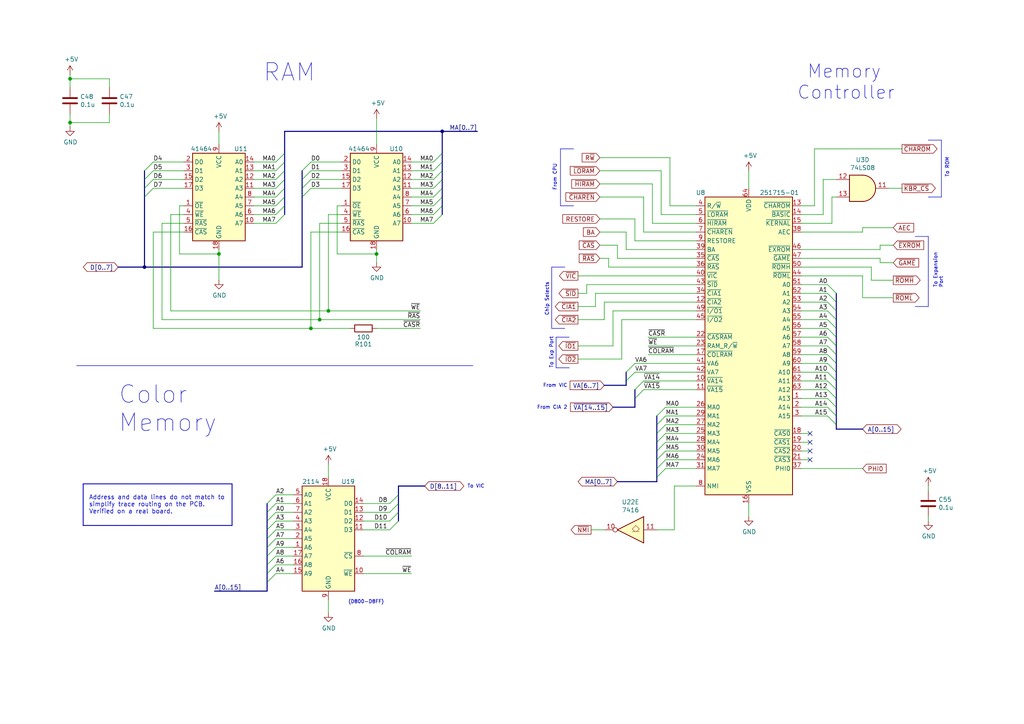
<source format=kicad_sch>
(kicad_sch (version 20230121) (generator eeschema)
  (paper "A4")
  (title_block (title "Commodore C64C - Assy 250469-01 Rev. A") (date "2023-04-02") (rev "2") (company "https://github.com/KicadRetroArchive") (comment 1 "KiCad schematic licensed under CERN-OHL-S") (comment 2 "WARNING: These schematics might contain errors!") (comment 3 "Author: Andrea Cisternino <andrea.cisternino@posteo.net>"))
  (lib_symbols
    (symbol "74xx:74LS08" (pin_names (offset 1.016))
      (property "Reference" "U" (at 0 1.27 0))
      (property "Value" "74LS08" (at 0 -1.27 0))
      (symbol "74LS08_1_1"
        (arc (start 0 -3.81) (mid 3.7934 0) (end 0 3.81) (stroke (width 0.254)) (fill (type background)))
        (polyline (pts (xy 0 3.81) (xy -3.81 3.81) (xy -3.81 -3.81) (xy 0 -3.81)) (stroke (width 0.254)) (fill (type background)))
        (pin input line (at -7.62 2.54 0) (length 3.81) (name "~") (number "1"))
        (pin input line (at -7.62 -2.54 0) (length 3.81) (name "~") (number "2"))
        (pin output line (at 7.62 0 180) (length 3.81) (name "~") (number "3"))
      )
      (symbol "74LS08_1_2"
        (arc (start -3.81 -3.81) (mid -2.589 0) (end -3.81 3.81) (stroke (width 0.254)))
        (arc (start -0.6096 -3.81) (mid 2.1842 -2.5851) (end 3.81 0) (stroke (width 0.254)) (fill (type background)))
        (polyline (pts (xy -3.81 -3.81) (xy -0.635 -3.81)) (stroke (width 0.254)) (fill (type background)))
        (polyline (pts (xy -3.81 3.81) (xy -0.635 3.81)) (stroke (width 0.254)) (fill (type background)))
        (polyline (pts (xy -0.635 3.81) (xy -3.81 3.81) (xy -3.81 3.81) (xy -3.556 3.4036) (xy -3.0226 2.2606) (xy -2.6924 1.0414) (xy -2.6162 -0.254) (xy -2.7686 -1.4986) (xy -3.175 -2.7178) (xy -3.81 -3.81) (xy -3.81 -3.81) (xy -0.635 -3.81)) (stroke (width -25.4)) (fill (type background)))
        (arc (start 3.81 0) (mid 2.1915 2.5936) (end -0.6096 3.81) (stroke (width 0.254)) (fill (type background)))
        (pin input inverted (at -7.62 2.54 0) (length 4.318) (name "~") (number "1"))
        (pin input inverted (at -7.62 -2.54 0) (length 4.318) (name "~") (number "2"))
        (pin output inverted (at 7.62 0 180) (length 3.81) (name "~") (number "3"))
      )
      (symbol "74LS08_2_1"
        (arc (start 0 -3.81) (mid 3.7934 0) (end 0 3.81) (stroke (width 0.254)) (fill (type background)))
        (polyline (pts (xy 0 3.81) (xy -3.81 3.81) (xy -3.81 -3.81) (xy 0 -3.81)) (stroke (width 0.254)) (fill (type background)))
        (pin input line (at -7.62 2.54 0) (length 3.81) (name "~") (number "4"))
        (pin input line (at -7.62 -2.54 0) (length 3.81) (name "~") (number "5"))
        (pin output line (at 7.62 0 180) (length 3.81) (name "~") (number "6"))
      )
      (symbol "74LS08_2_2"
        (arc (start -3.81 -3.81) (mid -2.589 0) (end -3.81 3.81) (stroke (width 0.254)))
        (arc (start -0.6096 -3.81) (mid 2.1842 -2.5851) (end 3.81 0) (stroke (width 0.254)) (fill (type background)))
        (polyline (pts (xy -3.81 -3.81) (xy -0.635 -3.81)) (stroke (width 0.254)) (fill (type background)))
        (polyline (pts (xy -3.81 3.81) (xy -0.635 3.81)) (stroke (width 0.254)) (fill (type background)))
        (polyline (pts (xy -0.635 3.81) (xy -3.81 3.81) (xy -3.81 3.81) (xy -3.556 3.4036) (xy -3.0226 2.2606) (xy -2.6924 1.0414) (xy -2.6162 -0.254) (xy -2.7686 -1.4986) (xy -3.175 -2.7178) (xy -3.81 -3.81) (xy -3.81 -3.81) (xy -0.635 -3.81)) (stroke (width -25.4)) (fill (type background)))
        (arc (start 3.81 0) (mid 2.1915 2.5936) (end -0.6096 3.81) (stroke (width 0.254)) (fill (type background)))
        (pin input inverted (at -7.62 2.54 0) (length 4.318) (name "~") (number "4"))
        (pin input inverted (at -7.62 -2.54 0) (length 4.318) (name "~") (number "5"))
        (pin output inverted (at 7.62 0 180) (length 3.81) (name "~") (number "6"))
      )
      (symbol "74LS08_3_1"
        (arc (start 0 -3.81) (mid 3.7934 0) (end 0 3.81) (stroke (width 0.254)) (fill (type background)))
        (polyline (pts (xy 0 3.81) (xy -3.81 3.81) (xy -3.81 -3.81) (xy 0 -3.81)) (stroke (width 0.254)) (fill (type background)))
        (pin input line (at -7.62 -2.54 0) (length 3.81) (name "~") (number "10"))
        (pin output line (at 7.62 0 180) (length 3.81) (name "~") (number "8"))
        (pin input line (at -7.62 2.54 0) (length 3.81) (name "~") (number "9"))
      )
      (symbol "74LS08_3_2"
        (arc (start -3.81 -3.81) (mid -2.589 0) (end -3.81 3.81) (stroke (width 0.254)))
        (arc (start -0.6096 -3.81) (mid 2.1842 -2.5851) (end 3.81 0) (stroke (width 0.254)) (fill (type background)))
        (polyline (pts (xy -3.81 -3.81) (xy -0.635 -3.81)) (stroke (width 0.254)) (fill (type background)))
        (polyline (pts (xy -3.81 3.81) (xy -0.635 3.81)) (stroke (width 0.254)) (fill (type background)))
        (polyline (pts (xy -0.635 3.81) (xy -3.81 3.81) (xy -3.81 3.81) (xy -3.556 3.4036) (xy -3.0226 2.2606) (xy -2.6924 1.0414) (xy -2.6162 -0.254) (xy -2.7686 -1.4986) (xy -3.175 -2.7178) (xy -3.81 -3.81) (xy -3.81 -3.81) (xy -0.635 -3.81)) (stroke (width -25.4)) (fill (type background)))
        (arc (start 3.81 0) (mid 2.1915 2.5936) (end -0.6096 3.81) (stroke (width 0.254)) (fill (type background)))
        (pin input inverted (at -7.62 -2.54 0) (length 4.318) (name "~") (number "10"))
        (pin output inverted (at 7.62 0 180) (length 3.81) (name "~") (number "8"))
        (pin input inverted (at -7.62 2.54 0) (length 4.318) (name "~") (number "9"))
      )
      (symbol "74LS08_4_1"
        (arc (start 0 -3.81) (mid 3.7934 0) (end 0 3.81) (stroke (width 0.254)) (fill (type background)))
        (polyline (pts (xy 0 3.81) (xy -3.81 3.81) (xy -3.81 -3.81) (xy 0 -3.81)) (stroke (width 0.254)) (fill (type background)))
        (pin output line (at 7.62 0 180) (length 3.81) (name "~") (number "11"))
        (pin input line (at -7.62 2.54 0) (length 3.81) (name "~") (number "12"))
        (pin input line (at -7.62 -2.54 0) (length 3.81) (name "~") (number "13"))
      )
      (symbol "74LS08_4_2"
        (arc (start -3.81 -3.81) (mid -2.589 0) (end -3.81 3.81) (stroke (width 0.254)))
        (arc (start -0.6096 -3.81) (mid 2.1842 -2.5851) (end 3.81 0) (stroke (width 0.254)) (fill (type background)))
        (polyline (pts (xy -3.81 -3.81) (xy -0.635 -3.81)) (stroke (width 0.254)) (fill (type background)))
        (polyline (pts (xy -3.81 3.81) (xy -0.635 3.81)) (stroke (width 0.254)) (fill (type background)))
        (polyline (pts (xy -0.635 3.81) (xy -3.81 3.81) (xy -3.81 3.81) (xy -3.556 3.4036) (xy -3.0226 2.2606) (xy -2.6924 1.0414) (xy -2.6162 -0.254) (xy -2.7686 -1.4986) (xy -3.175 -2.7178) (xy -3.81 -3.81) (xy -3.81 -3.81) (xy -0.635 -3.81)) (stroke (width -25.4)) (fill (type background)))
        (arc (start 3.81 0) (mid 2.1915 2.5936) (end -0.6096 3.81) (stroke (width 0.254)) (fill (type background)))
        (pin output inverted (at 7.62 0 180) (length 3.81) (name "~") (number "11"))
        (pin input inverted (at -7.62 2.54 0) (length 4.318) (name "~") (number "12"))
        (pin input inverted (at -7.62 -2.54 0) (length 4.318) (name "~") (number "13"))
      )
      (symbol "74LS08_5_0"
        (pin power_in line (at 0 12.7 270) (length 5.08) (name "VCC") (number "14"))
        (pin power_in line (at 0 -12.7 90) (length 5.08) (name "GND") (number "7"))
      )
      (symbol "74LS08_5_1"
        (rectangle (start -5.08 7.62) (end 5.08 -7.62) (stroke (width 0.254)) (fill (type background)))
      )
    )
    (symbol "Device:C" (pin_numbers hide) (pin_names (offset 0.254))
      (property "Reference" "C" (at 0.635 2.54 0))
      (property "Value" "C" (at 0.635 -2.54 0))
      (symbol "C_0_1"
        (polyline (pts (xy -2.032 -0.762) (xy 2.032 -0.762)) (stroke (width 0.508)))
        (polyline (pts (xy -2.032 0.762) (xy 2.032 0.762)) (stroke (width 0.508)))
      )
      (symbol "C_1_1"
        (pin passive line (at 0 3.81 270) (length 2.794) (name "~") (number "1"))
        (pin passive line (at 0 -3.81 90) (length 2.794) (name "~") (number "2"))
      )
    )
    (symbol "Device:R" (pin_numbers hide) (pin_names (offset 0))
      (property "Reference" "R" (at 2.032 0 90))
      (property "Value" "R" (at 0 0 90))
      (symbol "R_0_1"
        (rectangle (start -1.016 -2.54) (end 1.016 2.54) (stroke (width 0.254)))
      )
      (symbol "R_1_1"
        (pin passive line (at 0 3.81 270) (length 1.27) (name "~") (number "1"))
        (pin passive line (at 0 -3.81 90) (length 1.27) (name "~") (number "2"))
      )
    )
    (symbol "krl_74xx:7416"
      (property "Reference" "U" (at 0 1.524 0))
      (property "Value" "7416" (at 0 -0.762 0))
      (symbol "7416_1_0"
        (polyline (pts (xy -3.81 3.81) (xy -3.81 -3.81) (xy 3.81 0) (xy -3.81 3.81)) (stroke (width 0.254)) (fill (type background)))
        (pin input line (at -7.62 0 0) (length 3.81) (name "~") (number "1"))
        (pin open_collector inverted (at 7.62 0 180) (length 3.81) (name "~") (number "2"))
      )
      (symbol "7416_1_1"
        (polyline (pts (xy -2.54 -0.508) (xy -0.508 -0.508)) (stroke (width 0.1016)))
        (polyline (pts (xy -2.54 0.254) (xy -1.524 1.27)) (stroke (width 0.1016)))
        (polyline (pts (xy -1.778 -0.508) (xy -2.54 0.254)) (stroke (width 0.1016)))
        (polyline (pts (xy -1.524 1.27) (xy -0.508 0.254)) (stroke (width 0.1016)))
        (polyline (pts (xy -1.27 -0.508) (xy -0.508 0.254)) (stroke (width 0.1016)))
      )
      (symbol "7416_2_0"
        (polyline (pts (xy -3.81 3.81) (xy -3.81 -3.81) (xy 3.81 0) (xy -3.81 3.81)) (stroke (width 0.254)) (fill (type background)))
        (pin input line (at -7.62 0 0) (length 3.81) (name "~") (number "3"))
        (pin open_collector inverted (at 7.62 0 180) (length 3.81) (name "~") (number "4"))
      )
      (symbol "7416_2_1"
        (polyline (pts (xy -2.54 -0.508) (xy -0.508 -0.508)) (stroke (width 0.1016)))
        (polyline (pts (xy -2.54 0.254) (xy -1.524 1.27)) (stroke (width 0.1016)))
        (polyline (pts (xy -1.778 -0.508) (xy -2.54 0.254)) (stroke (width 0.1016)))
        (polyline (pts (xy -1.524 1.27) (xy -0.508 0.254)) (stroke (width 0.1016)))
        (polyline (pts (xy -1.27 -0.508) (xy -0.508 0.254)) (stroke (width 0.1016)))
      )
      (symbol "7416_3_0"
        (polyline (pts (xy -3.81 3.81) (xy -3.81 -3.81) (xy 3.81 0) (xy -3.81 3.81)) (stroke (width 0.254)) (fill (type background)))
        (pin input line (at -7.62 0 0) (length 3.81) (name "~") (number "5"))
        (pin open_collector inverted (at 7.62 0 180) (length 3.81) (name "~") (number "6"))
      )
      (symbol "7416_3_1"
        (polyline (pts (xy -2.54 -0.508) (xy -0.508 -0.508)) (stroke (width 0.1016)))
        (polyline (pts (xy -2.54 0.254) (xy -1.524 1.27)) (stroke (width 0.1016)))
        (polyline (pts (xy -1.778 -0.508) (xy -2.54 0.254)) (stroke (width 0.1016)))
        (polyline (pts (xy -1.524 1.27) (xy -0.508 0.254)) (stroke (width 0.1016)))
        (polyline (pts (xy -1.27 -0.508) (xy -0.508 0.254)) (stroke (width 0.1016)))
      )
      (symbol "7416_4_0"
        (polyline (pts (xy -3.81 3.81) (xy -3.81 -3.81) (xy 3.81 0) (xy -3.81 3.81)) (stroke (width 0.254)) (fill (type background)))
        (pin open_collector inverted (at 7.62 0 180) (length 3.81) (name "~") (number "8"))
        (pin input line (at -7.62 0 0) (length 3.81) (name "~") (number "9"))
      )
      (symbol "7416_4_1"
        (polyline (pts (xy -2.54 -0.508) (xy -0.508 -0.508)) (stroke (width 0.1016)))
        (polyline (pts (xy -2.54 0.254) (xy -1.524 1.27)) (stroke (width 0.1016)))
        (polyline (pts (xy -1.778 -0.508) (xy -2.54 0.254)) (stroke (width 0.1016)))
        (polyline (pts (xy -1.524 1.27) (xy -0.508 0.254)) (stroke (width 0.1016)))
        (polyline (pts (xy -1.27 -0.508) (xy -0.508 0.254)) (stroke (width 0.1016)))
      )
      (symbol "7416_5_0"
        (polyline (pts (xy -3.81 3.81) (xy -3.81 -3.81) (xy 3.81 0) (xy -3.81 3.81)) (stroke (width 0.254)) (fill (type background)))
        (pin open_collector inverted (at 7.62 0 180) (length 3.81) (name "~") (number "10"))
        (pin input line (at -7.62 0 0) (length 3.81) (name "~") (number "11"))
      )
      (symbol "7416_5_1"
        (polyline (pts (xy -2.54 -0.508) (xy -0.508 -0.508)) (stroke (width 0.1016)))
        (polyline (pts (xy -2.54 0.254) (xy -1.524 1.27)) (stroke (width 0.1016)))
        (polyline (pts (xy -1.778 -0.508) (xy -2.54 0.254)) (stroke (width 0.1016)))
        (polyline (pts (xy -1.524 1.27) (xy -0.508 0.254)) (stroke (width 0.1016)))
        (polyline (pts (xy -1.27 -0.508) (xy -0.508 0.254)) (stroke (width 0.1016)))
      )
      (symbol "7416_6_0"
        (polyline (pts (xy -3.81 3.81) (xy -3.81 -3.81) (xy 3.81 0) (xy -3.81 3.81)) (stroke (width 0.254)) (fill (type background)))
        (pin open_collector inverted (at 7.62 0 180) (length 3.81) (name "~") (number "12"))
        (pin input line (at -7.62 0 0) (length 3.81) (name "~") (number "13"))
      )
      (symbol "7416_6_1"
        (polyline (pts (xy -2.54 -0.508) (xy -0.508 -0.508)) (stroke (width 0.1016)))
        (polyline (pts (xy -2.54 0.254) (xy -1.524 1.27)) (stroke (width 0.1016)))
        (polyline (pts (xy -1.778 -0.508) (xy -2.54 0.254)) (stroke (width 0.1016)))
        (polyline (pts (xy -1.524 1.27) (xy -0.508 0.254)) (stroke (width 0.1016)))
        (polyline (pts (xy -1.27 -0.508) (xy -0.508 0.254)) (stroke (width 0.1016)))
      )
      (symbol "7416_7_0"
        (pin power_in line (at 0 12.7 270) (length 5.08) (name "VCC") (number "14"))
        (pin power_in line (at 0 -12.7 90) (length 5.08) (name "GND") (number "7"))
      )
      (symbol "7416_7_1"
        (rectangle (start -5.08 7.62) (end 5.08 -7.62) (stroke (width 0.254)) (fill (type background)))
      )
    )
    (symbol "krl_Commodore:251715-01"
      (property "Reference" "U" (at -12.7 44.45 0))
      (property "Value" "251715-01" (at 8.89 44.45 0))
      (symbol "251715-01_0_1"
        (rectangle (start -12.7 43.18) (end 12.7 -43.18) (stroke (width 0.254)) (fill (type background)))
      )
      (symbol "251715-01_1_1"
        (pin bidirectional line (at 15.24 -15.24 180) (length 2.54) (name "A13") (number "1"))
        (pin input line (at -15.24 -10.16 0) (length 2.54) (name "~{VA14}") (number "10"))
        (pin input line (at -15.24 -12.7 0) (length 2.54) (name "~{VA15}") (number "11"))
        (pin output line (at -15.24 12.7 0) (length 2.54) (name "~{CIA2}") (number "12"))
        (pin output line (at 15.24 40.64 180) (length 2.54) (name "~{CHAROM}") (number "13"))
        (pin output line (at 15.24 38.1 180) (length 2.54) (name "~{BASIC}") (number "14"))
        (pin output line (at 15.24 35.56 180) (length 2.54) (name "~{KERNAL}") (number "15"))
        (pin power_in line (at 0 -45.72 90) (length 2.54) (name "VSS") (number "16"))
        (pin output line (at -15.24 -2.54 0) (length 2.54) (name "~{COLRAM}") (number "17"))
        (pin output line (at 15.24 -25.4 180) (length 2.54) (name "~{CAS0}") (number "18"))
        (pin output line (at 15.24 -27.94 180) (length 2.54) (name "~{CAS1}") (number "19"))
        (pin bidirectional line (at 15.24 -17.78 180) (length 2.54) (name "A14") (number "2"))
        (pin output line (at 15.24 -30.48 180) (length 2.54) (name "~{CAS2}") (number "20"))
        (pin output line (at 15.24 -33.02 180) (length 2.54) (name "~{CAS3}") (number "21"))
        (pin output line (at -15.24 2.54 0) (length 2.54) (name "~{CASRAM}") (number "22"))
        (pin output line (at -15.24 0 0) (length 2.54) (name "RAM_R/~{W}") (number "23"))
        (pin bidirectional line (at -15.24 -33.02 0) (length 2.54) (name "MA6") (number "24"))
        (pin bidirectional line (at -15.24 -25.4 0) (length 2.54) (name "MA3") (number "25"))
        (pin bidirectional line (at -15.24 -17.78 0) (length 2.54) (name "MA0") (number "26"))
        (pin bidirectional line (at -15.24 -22.86 0) (length 2.54) (name "MA2") (number "27"))
        (pin bidirectional line (at -15.24 -27.94 0) (length 2.54) (name "MA4") (number "28"))
        (pin bidirectional line (at -15.24 -20.32 0) (length 2.54) (name "MA1") (number "29"))
        (pin bidirectional line (at 15.24 -20.32 180) (length 2.54) (name "A15") (number "3"))
        (pin bidirectional line (at -15.24 -30.48 0) (length 2.54) (name "MA5") (number "30"))
        (pin bidirectional line (at -15.24 -35.56 0) (length 2.54) (name "MA7") (number "31"))
        (pin no_connect line (at 15.24 -40.64 180) (length 2.54) hide (name "NC") (number "32"))
        (pin passive line (at 0 -45.72 90) (length 2.54) hide (name "VSS") (number "33"))
        (pin output line (at -15.24 15.24 0) (length 2.54) (name "~{CIA1}") (number "34"))
        (pin input line (at -15.24 25.4 0) (length 2.54) (name "~{CAS}") (number "35"))
        (pin input line (at -15.24 22.86 0) (length 2.54) (name "~{RAS}") (number "36"))
        (pin input line (at 15.24 -35.56 180) (length 2.54) (name "PHI0") (number "37"))
        (pin input line (at 15.24 33.02 180) (length 2.54) (name "AEC") (number "38"))
        (pin input line (at -15.24 27.94 0) (length 2.54) (name "BA") (number "39"))
        (pin input line (at -15.24 40.64 0) (length 2.54) (name "R/~{W}") (number "4"))
        (pin output line (at -15.24 20.32 0) (length 2.54) (name "~{VIC}") (number "40"))
        (pin input line (at -15.24 -5.08 0) (length 2.54) (name "VA6") (number "41"))
        (pin input line (at -15.24 -7.62 0) (length 2.54) (name "VA7") (number "42"))
        (pin output line (at -15.24 17.78 0) (length 2.54) (name "~{SID}") (number "43"))
        (pin output line (at 15.24 20.32 180) (length 2.54) (name "~{ROML}") (number "44"))
        (pin output line (at -15.24 7.62 0) (length 2.54) (name "~{I/O2}") (number "45"))
        (pin input line (at 15.24 27.94 180) (length 2.54) (name "~{EXROM}") (number "46"))
        (pin input line (at 15.24 25.4 180) (length 2.54) (name "~{GAME}") (number "47"))
        (pin passive line (at 0 -45.72 90) (length 2.54) hide (name "VSS") (number "48"))
        (pin output line (at -15.24 10.16 0) (length 2.54) (name "~{I/O1}") (number "49"))
        (pin input line (at -15.24 38.1 0) (length 2.54) (name "~{LORAM}") (number "5"))
        (pin output line (at 15.24 22.86 180) (length 2.54) (name "~{ROMH}") (number "50"))
        (pin bidirectional line (at 15.24 17.78 180) (length 2.54) (name "A0") (number "51"))
        (pin bidirectional line (at 15.24 15.24 180) (length 2.54) (name "A1") (number "52"))
        (pin bidirectional line (at 15.24 12.7 180) (length 2.54) (name "A2") (number "53"))
        (pin bidirectional line (at 15.24 10.16 180) (length 2.54) (name "A3") (number "54"))
        (pin bidirectional line (at 15.24 7.62 180) (length 2.54) (name "A4") (number "55"))
        (pin bidirectional line (at 15.24 5.08 180) (length 2.54) (name "A5") (number "56"))
        (pin bidirectional line (at 15.24 2.54 180) (length 2.54) (name "A6") (number "57"))
        (pin bidirectional line (at 15.24 0 180) (length 2.54) (name "A7") (number "58"))
        (pin bidirectional line (at 15.24 -2.54 180) (length 2.54) (name "A8") (number "59"))
        (pin input line (at -15.24 35.56 0) (length 2.54) (name "~{HIRAM}") (number "6"))
        (pin bidirectional line (at 15.24 -5.08 180) (length 2.54) (name "A9") (number "60"))
        (pin bidirectional line (at 15.24 -7.62 180) (length 2.54) (name "A10") (number "61"))
        (pin bidirectional line (at 15.24 -10.16 180) (length 2.54) (name "A11") (number "62"))
        (pin bidirectional line (at 15.24 -12.7 180) (length 2.54) (name "A12") (number "63"))
        (pin power_in line (at 0 45.72 270) (length 2.54) (name "VDD") (number "64"))
        (pin input line (at -15.24 33.02 0) (length 2.54) (name "~{CHAREN}") (number "7"))
        (pin output line (at -15.24 -40.64 0) (length 2.54) (name "NMI") (number "8"))
        (pin input line (at -15.24 30.48 0) (length 2.54) (name "RESTORE") (number "9"))
      )
    )
    (symbol "krl_Memory_RAM:2114"
      (property "Reference" "U" (at -6.985 16.51 0))
      (property "Value" "2114" (at 5.715 16.51 0))
      (symbol "2114_0_1"
        (rectangle (start -7.62 15.24) (end 7.62 -15.24) (stroke (width 0.254)) (fill (type background)))
      )
      (symbol "2114_1_1"
        (pin input line (at -10.16 -2.54 0) (length 2.54) (name "A6") (number "1"))
        (pin input line (at 10.16 -10.16 180) (length 2.54) (name "~{WE}") (number "10"))
        (pin bidirectional line (at 10.16 2.54 180) (length 2.54) (name "D3") (number "11"))
        (pin bidirectional line (at 10.16 5.08 180) (length 2.54) (name "D2") (number "12"))
        (pin bidirectional line (at 10.16 7.62 180) (length 2.54) (name "D1") (number "13"))
        (pin bidirectional line (at 10.16 10.16 180) (length 2.54) (name "D0") (number "14"))
        (pin input line (at -10.16 -10.16 0) (length 2.54) (name "A9") (number "15"))
        (pin input line (at -10.16 -7.62 0) (length 2.54) (name "A8") (number "16"))
        (pin input line (at -10.16 -5.08 0) (length 2.54) (name "A7") (number "17"))
        (pin power_in line (at 0 17.78 270) (length 2.54) (name "VCC") (number "18"))
        (pin input line (at -10.16 0 0) (length 2.54) (name "A5") (number "2"))
        (pin input line (at -10.16 2.54 0) (length 2.54) (name "A4") (number "3"))
        (pin input line (at -10.16 5.08 0) (length 2.54) (name "A3") (number "4"))
        (pin input line (at -10.16 12.7 0) (length 2.54) (name "A0") (number "5"))
        (pin input line (at -10.16 10.16 0) (length 2.54) (name "A1") (number "6"))
        (pin input line (at -10.16 7.62 0) (length 2.54) (name "A2") (number "7"))
        (pin input line (at 10.16 -5.08 180) (length 2.54) (name "~{CS}") (number "8"))
        (pin power_in line (at 0 -17.78 90) (length 2.54) (name "GND") (number "9"))
      )
    )
    (symbol "krl_Memory_RAM:41464"
      (property "Reference" "U" (at -6.985 13.97 0))
      (property "Value" "41464" (at 5.715 13.97 0))
      (symbol "41464_0_1"
        (rectangle (start 7.62 12.7) (end -7.62 -12.7) (stroke (width 0.254)) (fill (type background)))
      )
      (symbol "41464_1_1"
        (pin input line (at 10.16 -2.54 180) (length 2.54) (name "~{OE}") (number "1"))
        (pin input line (at -10.16 -7.62 0) (length 2.54) (name "A7") (number "10"))
        (pin input line (at -10.16 2.54 0) (length 2.54) (name "A3") (number "11"))
        (pin input line (at -10.16 5.08 0) (length 2.54) (name "A2") (number "12"))
        (pin input line (at -10.16 7.62 0) (length 2.54) (name "A1") (number "13"))
        (pin input line (at -10.16 10.16 0) (length 2.54) (name "A0") (number "14"))
        (pin bidirectional line (at 10.16 5.08 180) (length 2.54) (name "D2") (number "15"))
        (pin input line (at 10.16 -10.16 180) (length 2.54) (name "~{CAS}") (number "16"))
        (pin bidirectional line (at 10.16 2.54 180) (length 2.54) (name "D3") (number "17"))
        (pin power_in line (at 0 -15.24 90) (length 2.54) (name "GND") (number "18"))
        (pin bidirectional line (at 10.16 10.16 180) (length 2.54) (name "D0") (number "2"))
        (pin bidirectional line (at 10.16 7.62 180) (length 2.54) (name "D1") (number "3"))
        (pin input line (at 10.16 -5.08 180) (length 2.54) (name "~{WE}") (number "4"))
        (pin input line (at 10.16 -7.62 180) (length 2.54) (name "~{RAS}") (number "5"))
        (pin input line (at -10.16 -5.08 0) (length 2.54) (name "A6") (number "6"))
        (pin input line (at -10.16 -2.54 0) (length 2.54) (name "A5") (number "7"))
        (pin input line (at -10.16 0 0) (length 2.54) (name "A4") (number "8"))
        (pin power_in line (at 0 15.24 270) (length 2.54) (name "VCC") (number "9"))
      )
    )
    (symbol "power:+5V" (power) (pin_names (offset 0))
      (property "Value" "+5V" (at 0 3.556 0))
      (symbol "+5V_0_1"
        (polyline (pts (xy -0.762 1.27) (xy 0 2.54)))
        (polyline (pts (xy 0 0) (xy 0 2.54)))
        (polyline (pts (xy 0 2.54) (xy 0.762 1.27)))
      )
      (symbol "+5V_1_1"
        (pin power_in line (at 0 0 90) (length 0) hide (name "+5V") (number "1"))
      )
    )
    (symbol "power:GND" (power) (pin_names (offset 0))
      (property "Value" "GND" (at 0 -3.81 0))
      (symbol "GND_0_1"
        (polyline (pts (xy 0 0) (xy 0 -1.27) (xy 1.27 -1.27) (xy 0 -2.54) (xy -1.27 -1.27) (xy 0 -1.27)))
      )
      (symbol "GND_1_1"
        (pin power_in line (at 0 0 270) (length 0) hide (name "GND") (number "1"))
      )
    )
  )
  (junction (at 92.71 92.71))
  (junction (at 128.27 38.1))
  (junction (at 90.17 95.25))
  (junction (at 63.5 73.66))
  (junction (at 20.32 35.56))
  (junction (at 109.22 73.66))
  (junction (at 41.91 77.47))
  (junction (at 20.32 22.86))
  (junction (at 95.25 90.17))
  (no_connect (at 234.95 125.73))
  (no_connect (at 234.95 128.27))
  (no_connect (at 234.95 130.81))
  (no_connect (at 234.95 133.35))
  (bus_entry (at 240.03 115.57) (size 2.54 2.54))
  (bus_entry (at 80.01 54.61) (size 2.54 -2.54))
  (bus_entry (at 193.04 125.73) (size -2.54 2.54))
  (bus_entry (at 240.03 95.25) (size 2.54 2.54))
  (bus_entry (at 44.45 52.07) (size -2.54 2.54))
  (bus_entry (at 80.01 52.07) (size 2.54 -2.54))
  (bus_entry (at 90.17 54.61) (size -2.54 2.54))
  (bus_entry (at 125.73 49.53) (size 2.54 -2.54))
  (bus_entry (at 125.73 64.77) (size 2.54 -2.54))
  (bus_entry (at 80.01 62.23) (size 2.54 -2.54))
  (bus_entry (at 240.03 97.79) (size 2.54 2.54))
  (bus_entry (at 240.03 113.03) (size 2.54 2.54))
  (bus_entry (at 80.01 57.15) (size 2.54 -2.54))
  (bus_entry (at 80.01 64.77) (size 2.54 -2.54))
  (bus_entry (at 44.45 49.53) (size -2.54 2.54))
  (bus_entry (at 240.03 105.41) (size 2.54 2.54))
  (bus_entry (at 184.15 107.95) (size -2.54 2.54))
  (bus_entry (at 44.45 54.61) (size -2.54 2.54))
  (bus_entry (at 193.04 123.19) (size -2.54 2.54))
  (bus_entry (at 113.03 146.05) (size 2.54 -2.54))
  (bus_entry (at 125.73 54.61) (size 2.54 -2.54))
  (bus_entry (at 80.01 59.69) (size 2.54 -2.54))
  (bus_entry (at 193.04 118.11) (size -2.54 2.54))
  (bus_entry (at 80.01 151.13) (size -2.54 2.54))
  (bus_entry (at 240.03 107.95) (size 2.54 2.54))
  (bus_entry (at 113.03 148.59) (size 2.54 -2.54))
  (bus_entry (at 193.04 133.35) (size -2.54 2.54))
  (bus_entry (at 113.03 153.67) (size 2.54 -2.54))
  (bus_entry (at 193.04 128.27) (size -2.54 2.54))
  (bus_entry (at 240.03 92.71) (size 2.54 2.54))
  (bus_entry (at 113.03 151.13) (size 2.54 -2.54))
  (bus_entry (at 186.69 113.03) (size -2.54 2.54))
  (bus_entry (at 90.17 46.99) (size -2.54 2.54))
  (bus_entry (at 80.01 166.37) (size -2.54 2.54))
  (bus_entry (at 80.01 146.05) (size -2.54 2.54))
  (bus_entry (at 80.01 161.29) (size -2.54 2.54))
  (bus_entry (at 125.73 62.23) (size 2.54 -2.54))
  (bus_entry (at 240.03 110.49) (size 2.54 2.54))
  (bus_entry (at 184.15 105.41) (size -2.54 2.54))
  (bus_entry (at 80.01 46.99) (size 2.54 -2.54))
  (bus_entry (at 44.45 46.99) (size -2.54 2.54))
  (bus_entry (at 240.03 82.55) (size 2.54 2.54))
  (bus_entry (at 240.03 85.09) (size 2.54 2.54))
  (bus_entry (at 80.01 148.59) (size -2.54 2.54))
  (bus_entry (at 193.04 135.89) (size -2.54 2.54))
  (bus_entry (at 240.03 118.11) (size 2.54 2.54))
  (bus_entry (at 193.04 120.65) (size -2.54 2.54))
  (bus_entry (at 125.73 46.99) (size 2.54 -2.54))
  (bus_entry (at 193.04 130.81) (size -2.54 2.54))
  (bus_entry (at 80.01 153.67) (size -2.54 2.54))
  (bus_entry (at 80.01 49.53) (size 2.54 -2.54))
  (bus_entry (at 240.03 120.65) (size 2.54 2.54))
  (bus_entry (at 80.01 143.51) (size -2.54 2.54))
  (bus_entry (at 186.69 110.49) (size -2.54 2.54))
  (bus_entry (at 90.17 52.07) (size -2.54 2.54))
  (bus_entry (at 240.03 100.33) (size 2.54 2.54))
  (bus_entry (at 80.01 158.75) (size -2.54 2.54))
  (bus_entry (at 240.03 90.17) (size 2.54 2.54))
  (bus_entry (at 240.03 102.87) (size 2.54 2.54))
  (bus_entry (at 125.73 59.69) (size 2.54 -2.54))
  (bus_entry (at 125.73 52.07) (size 2.54 -2.54))
  (bus_entry (at 90.17 49.53) (size -2.54 2.54))
  (bus_entry (at 125.73 57.15) (size 2.54 -2.54))
  (bus_entry (at 80.01 163.83) (size -2.54 2.54))
  (bus_entry (at 80.01 156.21) (size -2.54 2.54))
  (bus_entry (at 240.03 87.63) (size 2.54 2.54))
  (bus (pts (xy 184.15 115.57) (xy 184.15 118.11)))
  (wire (pts (xy 232.41 85.09) (xy 240.03 85.09)))
  (wire (pts (xy 172.72 88.9) (xy 172.72 85.09)))
  (wire (pts (xy 73.66 49.53) (xy 80.01 49.53)))
  (wire (pts (xy 181.61 72.39) (xy 201.93 72.39)))
  (wire (pts (xy 97.79 59.69) (xy 97.79 73.66)))
  (wire (pts (xy 99.06 52.07) (xy 90.17 52.07)))
  (wire (pts (xy 201.93 102.87) (xy 187.96 102.87)))
  (wire (pts (xy 201.93 120.65) (xy 193.04 120.65)))
  (wire (pts (xy 173.99 71.12) (xy 179.07 71.12)))
  (wire (pts (xy 255.27 72.39) (xy 255.27 71.12)))
  (wire (pts (xy 242.57 57.15) (xy 241.3 57.15)))
  (wire (pts (xy 109.22 95.25) (xy 121.92 95.25)))
  (polyline (pts (xy 161.29 97.79) (xy 161.29 106.68)))
  (wire (pts (xy 176.53 74.93) (xy 173.99 74.93)))
  (bus (pts (xy 82.55 38.1) (xy 82.55 44.45)))
  (bus (pts (xy 41.91 52.07) (xy 41.91 54.61)))
  (bus (pts (xy 115.57 143.51) (xy 115.57 146.05)))
  (wire (pts (xy 52.07 73.66) (xy 63.5 73.66)))
  (wire (pts (xy 232.41 105.41) (xy 240.03 105.41)))
  (wire (pts (xy 191.77 49.53) (xy 191.77 62.23)))
  (wire (pts (xy 63.5 72.39) (xy 63.5 73.66)))
  (bus (pts (xy 128.27 59.69) (xy 128.27 62.23)))
  (wire (pts (xy 173.99 45.72) (xy 194.31 45.72)))
  (wire (pts (xy 201.93 128.27) (xy 193.04 128.27)))
  (wire (pts (xy 232.41 62.23) (xy 238.76 62.23)))
  (polyline (pts (xy 163.83 77.47) (xy 160.02 77.47)))
  (wire (pts (xy 73.66 64.77) (xy 80.01 64.77)))
  (wire (pts (xy 191.77 62.23) (xy 201.93 62.23)))
  (bus (pts (xy 87.63 77.47) (xy 41.91 77.47)))
  (polyline (pts (xy 269.24 68.58) (xy 269.24 88.9)))
  (wire (pts (xy 232.41 110.49) (xy 240.03 110.49)))
  (wire (pts (xy 99.06 59.69) (xy 97.79 59.69)))
  (wire (pts (xy 53.34 46.99) (xy 44.45 46.99)))
  (bus (pts (xy 128.27 44.45) (xy 128.27 46.99)))
  (wire (pts (xy 232.41 95.25) (xy 240.03 95.25)))
  (wire (pts (xy 201.93 105.41) (xy 184.15 105.41)))
  (wire (pts (xy 232.41 125.73) (xy 234.95 125.73)))
  (bus (pts (xy 190.5 123.19) (xy 190.5 125.73)))
  (wire (pts (xy 190.5 153.67) (xy 195.58 153.67)))
  (wire (pts (xy 232.41 130.81) (xy 234.95 130.81)))
  (wire (pts (xy 189.23 53.34) (xy 189.23 64.77)))
  (wire (pts (xy 109.22 73.66) (xy 109.22 76.2)))
  (wire (pts (xy 175.26 87.63) (xy 201.93 87.63)))
  (bus (pts (xy 41.91 57.15) (xy 41.91 77.47)))
  (wire (pts (xy 167.64 88.9) (xy 172.72 88.9)))
  (wire (pts (xy 179.07 71.12) (xy 179.07 74.93)))
  (wire (pts (xy 236.22 59.69) (xy 232.41 59.69)))
  (wire (pts (xy 232.41 135.89) (xy 250.19 135.89)))
  (bus (pts (xy 242.57 120.65) (xy 242.57 123.19)))
  (bus (pts (xy 115.57 146.05) (xy 115.57 148.59)))
  (polyline (pts (xy 161.29 106.68) (xy 165.1 106.68)))
  (wire (pts (xy 105.41 148.59) (xy 113.03 148.59)))
  (bus (pts (xy 87.63 57.15) (xy 87.63 77.47)))
  (wire (pts (xy 201.93 100.33) (xy 187.96 100.33)))
  (wire (pts (xy 201.93 130.81) (xy 193.04 130.81)))
  (wire (pts (xy 80.01 151.13) (xy 85.09 151.13)))
  (bus (pts (xy 242.57 107.95) (xy 242.57 110.49)))
  (wire (pts (xy 99.06 62.23) (xy 95.25 62.23)))
  (wire (pts (xy 119.38 46.99) (xy 125.73 46.99)))
  (wire (pts (xy 186.69 113.03) (xy 201.93 113.03)))
  (wire (pts (xy 201.93 135.89) (xy 193.04 135.89)))
  (polyline (pts (xy 162.56 59.69) (xy 162.56 43.18)))
  (polyline (pts (xy 67.31 140.335) (xy 67.31 152.4)) (stroke (width 0.254) (type solid)))
  (wire (pts (xy 119.38 57.15) (xy 125.73 57.15)))
  (wire (pts (xy 180.34 104.14) (xy 180.34 92.71)))
  (wire (pts (xy 20.32 36.83) (xy 20.32 35.56)))
  (polyline (pts (xy 269.24 88.9) (xy 265.43 88.9)))
  (wire (pts (xy 236.22 43.18) (xy 261.62 43.18)))
  (wire (pts (xy 201.93 125.73) (xy 193.04 125.73)))
  (polyline (pts (xy 22.225 106.045) (xy 137.16 106.045)))
  (wire (pts (xy 73.66 54.61) (xy 80.01 54.61)))
  (bus (pts (xy 41.91 49.53) (xy 41.91 52.07)))
  (wire (pts (xy 63.5 73.66) (xy 63.5 81.28)))
  (bus (pts (xy 190.5 135.89) (xy 190.5 138.43)))
  (wire (pts (xy 53.34 52.07) (xy 44.45 52.07)))
  (wire (pts (xy 109.22 72.39) (xy 109.22 73.66)))
  (bus (pts (xy 128.27 52.07) (xy 128.27 54.61)))
  (bus (pts (xy 242.57 85.09) (xy 242.57 87.63)))
  (wire (pts (xy 52.07 59.69) (xy 52.07 73.66)))
  (wire (pts (xy 80.01 163.83) (xy 85.09 163.83)))
  (bus (pts (xy 242.57 90.17) (xy 242.57 92.71)))
  (wire (pts (xy 238.76 52.07) (xy 242.57 52.07)))
  (wire (pts (xy 31.75 33.02) (xy 31.75 35.56)))
  (bus (pts (xy 190.5 128.27) (xy 190.5 130.81)))
  (wire (pts (xy 173.99 49.53) (xy 191.77 49.53)))
  (wire (pts (xy 236.22 59.69) (xy 236.22 43.18)))
  (wire (pts (xy 105.41 151.13) (xy 113.03 151.13)))
  (wire (pts (xy 255.27 74.93) (xy 255.27 76.2)))
  (wire (pts (xy 73.66 62.23) (xy 80.01 62.23)))
  (wire (pts (xy 176.53 77.47) (xy 176.53 74.93)))
  (wire (pts (xy 201.93 80.01) (xy 167.64 80.01)))
  (wire (pts (xy 20.32 25.4) (xy 20.32 22.86)))
  (wire (pts (xy 80.01 156.21) (xy 85.09 156.21)))
  (wire (pts (xy 31.75 22.86) (xy 20.32 22.86)))
  (bus (pts (xy 77.47 158.75) (xy 77.47 161.29)))
  (wire (pts (xy 80.01 153.67) (xy 85.09 153.67)))
  (bus (pts (xy 128.27 46.99) (xy 128.27 49.53)))
  (wire (pts (xy 119.38 62.23) (xy 125.73 62.23)))
  (wire (pts (xy 232.41 67.31) (xy 250.19 67.31)))
  (wire (pts (xy 80.01 166.37) (xy 85.09 166.37)))
  (wire (pts (xy 80.01 146.05) (xy 85.09 146.05)))
  (wire (pts (xy 173.99 57.15) (xy 186.69 57.15)))
  (wire (pts (xy 186.69 67.31) (xy 201.93 67.31)))
  (wire (pts (xy 232.41 90.17) (xy 240.03 90.17)))
  (wire (pts (xy 250.19 80.01) (xy 250.19 86.36)))
  (wire (pts (xy 184.15 63.5) (xy 184.15 69.85)))
  (bus (pts (xy 128.27 38.1) (xy 128.27 44.45)))
  (wire (pts (xy 95.25 90.17) (xy 121.92 90.17)))
  (wire (pts (xy 189.23 64.77) (xy 201.93 64.77)))
  (wire (pts (xy 232.41 133.35) (xy 234.95 133.35)))
  (bus (pts (xy 87.63 54.61) (xy 87.63 57.15)))
  (wire (pts (xy 49.53 62.23) (xy 49.53 90.17)))
  (wire (pts (xy 44.45 95.25) (xy 90.17 95.25)))
  (bus (pts (xy 87.63 52.07) (xy 87.63 54.61)))
  (wire (pts (xy 119.38 49.53) (xy 125.73 49.53)))
  (wire (pts (xy 105.41 166.37) (xy 119.38 166.37)))
  (wire (pts (xy 53.34 59.69) (xy 52.07 59.69)))
  (wire (pts (xy 179.07 74.93) (xy 201.93 74.93)))
  (bus (pts (xy 242.57 113.03) (xy 242.57 115.57)))
  (bus (pts (xy 62.23 171.45) (xy 77.47 171.45)))
  (wire (pts (xy 201.93 82.55) (xy 170.18 82.55)))
  (wire (pts (xy 167.64 104.14) (xy 180.34 104.14)))
  (wire (pts (xy 105.41 161.29) (xy 119.38 161.29)))
  (wire (pts (xy 90.17 67.31) (xy 90.17 95.25)))
  (wire (pts (xy 63.5 38.1) (xy 63.5 41.91)))
  (wire (pts (xy 80.01 158.75) (xy 85.09 158.75)))
  (wire (pts (xy 167.64 92.71) (xy 175.26 92.71)))
  (polyline (pts (xy 160.02 95.25) (xy 163.83 95.25)))
  (bus (pts (xy 82.55 38.1) (xy 128.27 38.1)))
  (wire (pts (xy 20.32 33.02) (xy 20.32 35.56)))
  (bus (pts (xy 128.27 57.15) (xy 128.27 59.69)))
  (wire (pts (xy 232.41 80.01) (xy 250.19 80.01)))
  (wire (pts (xy 85.09 143.51) (xy 80.01 143.51)))
  (wire (pts (xy 194.31 45.72) (xy 194.31 59.69)))
  (bus (pts (xy 181.61 107.95) (xy 181.61 110.49)))
  (wire (pts (xy 176.53 77.47) (xy 201.93 77.47)))
  (bus (pts (xy 242.57 115.57) (xy 242.57 118.11)))
  (wire (pts (xy 95.25 173.99) (xy 95.25 177.8)))
  (bus (pts (xy 41.91 54.61) (xy 41.91 57.15)))
  (bus (pts (xy 190.5 133.35) (xy 190.5 135.89)))
  (bus (pts (xy 179.07 139.7) (xy 190.5 139.7)))
  (polyline (pts (xy 160.02 77.47) (xy 160.02 95.25)))
  (wire (pts (xy 181.61 67.31) (xy 181.61 72.39)))
  (wire (pts (xy 73.66 59.69) (xy 80.01 59.69)))
  (wire (pts (xy 92.71 92.71) (xy 121.92 92.71)))
  (wire (pts (xy 80.01 161.29) (xy 85.09 161.29)))
  (wire (pts (xy 46.99 92.71) (xy 92.71 92.71)))
  (wire (pts (xy 175.26 92.71) (xy 175.26 87.63)))
  (wire (pts (xy 241.3 64.77) (xy 232.41 64.77)))
  (wire (pts (xy 99.06 46.99) (xy 90.17 46.99)))
  (bus (pts (xy 115.57 148.59) (xy 115.57 151.13)))
  (bus (pts (xy 77.47 148.59) (xy 77.47 151.13)))
  (wire (pts (xy 201.93 107.95) (xy 184.15 107.95)))
  (wire (pts (xy 232.41 102.87) (xy 240.03 102.87)))
  (bus (pts (xy 242.57 97.79) (xy 242.57 100.33)))
  (wire (pts (xy 238.76 62.23) (xy 238.76 52.07)))
  (wire (pts (xy 186.69 57.15) (xy 186.69 67.31)))
  (wire (pts (xy 201.93 133.35) (xy 193.04 133.35)))
  (wire (pts (xy 252.73 81.28) (xy 259.08 81.28)))
  (wire (pts (xy 232.41 74.93) (xy 255.27 74.93)))
  (wire (pts (xy 53.34 67.31) (xy 44.45 67.31)))
  (bus (pts (xy 41.91 77.47) (xy 34.29 77.47)))
  (wire (pts (xy 119.38 54.61) (xy 125.73 54.61)))
  (bus (pts (xy 82.55 46.99) (xy 82.55 49.53)))
  (wire (pts (xy 53.34 54.61) (xy 44.45 54.61)))
  (wire (pts (xy 53.34 49.53) (xy 44.45 49.53)))
  (wire (pts (xy 257.81 54.61) (xy 261.62 54.61)))
  (wire (pts (xy 194.31 59.69) (xy 201.93 59.69)))
  (wire (pts (xy 53.34 62.23) (xy 49.53 62.23)))
  (polyline (pts (xy 67.31 152.4) (xy 24.13 152.4)) (stroke (width 0.254) (type solid)))
  (wire (pts (xy 167.64 100.33) (xy 177.8 100.33)))
  (wire (pts (xy 232.41 113.03) (xy 240.03 113.03)))
  (bus (pts (xy 242.57 87.63) (xy 242.57 90.17)))
  (wire (pts (xy 232.41 128.27) (xy 234.95 128.27)))
  (wire (pts (xy 269.24 140.97) (xy 269.24 142.24)))
  (bus (pts (xy 190.5 138.43) (xy 190.5 139.7)))
  (wire (pts (xy 269.24 149.86) (xy 269.24 151.13)))
  (wire (pts (xy 92.71 64.77) (xy 92.71 92.71)))
  (polyline (pts (xy 162.56 43.18) (xy 166.37 43.18)))
  (polyline (pts (xy 265.43 68.58) (xy 269.24 68.58)))
  (wire (pts (xy 232.41 97.79) (xy 240.03 97.79)))
  (wire (pts (xy 119.38 52.07) (xy 125.73 52.07)))
  (wire (pts (xy 232.41 107.95) (xy 240.03 107.95)))
  (wire (pts (xy 232.41 87.63) (xy 240.03 87.63)))
  (bus (pts (xy 242.57 102.87) (xy 242.57 105.41)))
  (bus (pts (xy 115.57 140.97) (xy 123.19 140.97)))
  (polyline (pts (xy 165.1 97.79) (xy 161.29 97.79)))
  (wire (pts (xy 99.06 54.61) (xy 90.17 54.61)))
  (wire (pts (xy 73.66 46.99) (xy 80.01 46.99)))
  (wire (pts (xy 172.72 85.09) (xy 201.93 85.09)))
  (wire (pts (xy 232.41 92.71) (xy 240.03 92.71)))
  (wire (pts (xy 99.06 64.77) (xy 92.71 64.77)))
  (polyline (pts (xy 269.24 40.64) (xy 273.05 40.64)))
  (wire (pts (xy 252.73 77.47) (xy 252.73 81.28)))
  (bus (pts (xy 82.55 59.69) (xy 82.55 62.23)))
  (wire (pts (xy 173.99 53.34) (xy 189.23 53.34)))
  (wire (pts (xy 232.41 100.33) (xy 240.03 100.33)))
  (bus (pts (xy 181.61 111.76) (xy 175.26 111.76)))
  (polyline (pts (xy 166.37 59.69) (xy 162.56 59.69)))
  (bus (pts (xy 242.57 118.11) (xy 242.57 120.65)))
  (bus (pts (xy 115.57 140.97) (xy 115.57 143.51)))
  (wire (pts (xy 195.58 153.67) (xy 195.58 140.97)))
  (wire (pts (xy 173.99 63.5) (xy 184.15 63.5)))
  (wire (pts (xy 201.93 123.19) (xy 193.04 123.19)))
  (bus (pts (xy 184.15 113.03) (xy 184.15 115.57)))
  (bus (pts (xy 242.57 110.49) (xy 242.57 113.03)))
  (wire (pts (xy 73.66 57.15) (xy 80.01 57.15)))
  (wire (pts (xy 187.96 97.79) (xy 201.93 97.79)))
  (wire (pts (xy 232.41 118.11) (xy 240.03 118.11)))
  (polyline (pts (xy 24.13 140.335) (xy 67.31 140.335)) (stroke (width 0.254) (type solid)))
  (wire (pts (xy 255.27 71.12) (xy 259.08 71.12)))
  (wire (pts (xy 232.41 120.65) (xy 240.03 120.65)))
  (wire (pts (xy 99.06 49.53) (xy 90.17 49.53)))
  (bus (pts (xy 242.57 124.46) (xy 250.19 124.46)))
  (bus (pts (xy 242.57 100.33) (xy 242.57 102.87)))
  (bus (pts (xy 82.55 49.53) (xy 82.55 52.07)))
  (bus (pts (xy 242.57 123.19) (xy 242.57 124.46)))
  (bus (pts (xy 82.55 52.07) (xy 82.55 54.61)))
  (wire (pts (xy 177.8 100.33) (xy 177.8 90.17)))
  (wire (pts (xy 105.41 146.05) (xy 113.03 146.05)))
  (bus (pts (xy 77.47 153.67) (xy 77.47 156.21)))
  (wire (pts (xy 250.19 86.36) (xy 259.08 86.36)))
  (bus (pts (xy 82.55 54.61) (xy 82.55 57.15)))
  (bus (pts (xy 77.47 156.21) (xy 77.47 158.75)))
  (wire (pts (xy 173.99 67.31) (xy 181.61 67.31)))
  (wire (pts (xy 186.69 110.49) (xy 201.93 110.49)))
  (bus (pts (xy 190.5 120.65) (xy 190.5 123.19)))
  (bus (pts (xy 128.27 38.1) (xy 138.43 38.1)))
  (wire (pts (xy 195.58 140.97) (xy 201.93 140.97)))
  (bus (pts (xy 77.47 161.29) (xy 77.47 163.83)))
  (wire (pts (xy 232.41 72.39) (xy 255.27 72.39)))
  (wire (pts (xy 184.15 69.85) (xy 201.93 69.85)))
  (wire (pts (xy 80.01 148.59) (xy 85.09 148.59)))
  (wire (pts (xy 119.38 59.69) (xy 125.73 59.69)))
  (wire (pts (xy 232.41 82.55) (xy 240.03 82.55)))
  (wire (pts (xy 97.79 73.66) (xy 109.22 73.66)))
  (bus (pts (xy 128.27 54.61) (xy 128.27 57.15)))
  (polyline (pts (xy 273.05 57.15) (xy 269.24 57.15)))
  (wire (pts (xy 170.18 82.55) (xy 170.18 85.09)))
  (wire (pts (xy 90.17 95.25) (xy 101.6 95.25)))
  (bus (pts (xy 184.15 118.11) (xy 177.8 118.11)))
  (wire (pts (xy 31.75 25.4) (xy 31.75 22.86)))
  (bus (pts (xy 128.27 49.53) (xy 128.27 52.07)))
  (bus (pts (xy 77.47 166.37) (xy 77.47 168.91)))
  (wire (pts (xy 201.93 118.11) (xy 193.04 118.11)))
  (bus (pts (xy 77.47 168.91) (xy 77.47 171.45)))
  (wire (pts (xy 180.34 92.71) (xy 201.93 92.71)))
  (wire (pts (xy 170.18 85.09) (xy 167.64 85.09)))
  (wire (pts (xy 217.17 146.05) (xy 217.17 149.86)))
  (wire (pts (xy 109.22 41.91) (xy 109.22 34.29)))
  (wire (pts (xy 95.25 134.62) (xy 95.25 138.43)))
  (wire (pts (xy 73.66 52.07) (xy 80.01 52.07)))
  (wire (pts (xy 232.41 115.57) (xy 240.03 115.57)))
  (wire (pts (xy 177.8 90.17) (xy 201.93 90.17)))
  (wire (pts (xy 241.3 57.15) (xy 241.3 64.77)))
  (wire (pts (xy 31.75 35.56) (xy 20.32 35.56)))
  (wire (pts (xy 217.17 49.53) (xy 217.17 54.61)))
  (wire (pts (xy 250.19 67.31) (xy 250.19 66.04)))
  (wire (pts (xy 95.25 62.23) (xy 95.25 90.17)))
  (wire (pts (xy 232.41 77.47) (xy 252.73 77.47)))
  (wire (pts (xy 105.41 153.67) (xy 113.03 153.67)))
  (wire (pts (xy 255.27 76.2) (xy 259.08 76.2)))
  (wire (pts (xy 44.45 67.31) (xy 44.45 95.25)))
  (bus (pts (xy 190.5 130.81) (xy 190.5 133.35)))
  (bus (pts (xy 82.55 44.45) (xy 82.55 46.99)))
  (bus (pts (xy 181.61 110.49) (xy 181.61 111.76)))
  (polyline (pts (xy 273.05 40.64) (xy 273.05 57.15)))
  (polyline (pts (xy 24.13 152.4) (xy 24.13 140.335)) (stroke (width 0.254) (type solid)))
  (wire (pts (xy 53.34 64.77) (xy 46.99 64.77)))
  (bus (pts (xy 77.47 163.83) (xy 77.47 166.37)))
  (bus (pts (xy 242.57 92.71) (xy 242.57 95.25)))
  (bus (pts (xy 87.63 49.53) (xy 87.63 52.07)))
  (wire (pts (xy 250.19 66.04) (xy 259.08 66.04)))
  (bus (pts (xy 82.55 57.15) (xy 82.55 59.69)))
  (bus (pts (xy 242.57 95.25) (xy 242.57 97.79)))
  (bus (pts (xy 242.57 105.41) (xy 242.57 107.95)))
  (bus (pts (xy 77.47 151.13) (xy 77.47 153.67)))
  (wire (pts (xy 119.38 64.77) (xy 125.73 64.77)))
  (bus (pts (xy 190.5 125.73) (xy 190.5 128.27)))
  (wire (pts (xy 171.45 153.67) (xy 175.26 153.67)))
  (wire (pts (xy 99.06 67.31) (xy 90.17 67.31)))
  (bus (pts (xy 77.47 146.05) (xy 77.47 148.59)))
  (wire (pts (xy 49.53 90.17) (xy 95.25 90.17)))
  (wire (pts (xy 46.99 64.77) (xy 46.99 92.71)))
  (wire (pts (xy 20.32 22.86) (xy 20.32 21.59)))
  (text "To Expansion\nPort" (at 273.558 83.566 90) (effects (font (size 1.016 1.016)) (justify left bottom)))
  (text "RAM" (at 76.2 24.13 0) (effects (font (size 5.08 5.08)) (justify left bottom)))
  (text "To Exp Port" (at 160.528 106.934 90) (effects (font (size 1.016 1.016)) (justify left bottom)))
  (text "To ROM" (at 275.336 51.562 90) (effects (font (size 1.016 1.016)) (justify left bottom)))
  (text "Address and data lines do not match to\nsimplify trace routing on the PCB.\nVerified on a real board." (at 25.781 149.225 0) (effects (font (size 1.27 1.27)) (justify left bottom)))
  (text "From CIA 2" (at 164.592 118.872 0) (effects (font (size 1.016 1.016)) (justify right bottom)))
  (text "From VIC" (at 164.592 112.522 0) (effects (font (size 1.016 1.016)) (justify right bottom)))
  (text "(D800-D8FF)" (at 100.965 175.26 0) (effects (font (size 1.016 1.016)) (justify left bottom)))
  (text "From CPU" (at 161.544 55.372 90) (effects (font (size 1.016 1.016)) (justify left bottom)))
  (text "Color\nMemory" (at 34.29 125.73 0) (effects (font (size 5.08 5.08)) (justify left bottom)))
  (text " Memory\nController" (at 231.14 29.21 0) (effects (font (size 3.81 3.81)) (justify left bottom)))
  (text "Chip Selects" (at 159.258 91.694 90) (effects (font (size 1.016 1.016)) (justify left bottom)))
  (text "To VIC" (at 135.509 141.732 0) (effects (font (size 1.016 1.016)) (justify left bottom)))
  (label "MA0" (at 193.04 118.11 0))
  (label "A5" (at 80.01 153.67 0))
  (label "A15" (at 240.03 120.65 180))
  (label "D8" (at 112.395 146.05 180))
  (label "A3" (at 240.03 90.17 180))
  (label "A13" (at 240.03 115.57 180))
  (label "MA1" (at 193.04 120.65 0))
  (label "MA1" (at 125.73 49.53 180))
  (label "MA0" (at 125.73 46.99 180))
  (label "A14" (at 240.03 118.11 180))
  (label "D0" (at 90.17 46.99 0))
  (label "D5" (at 44.45 49.53 0))
  (label "MA0" (at 80.01 46.99 180))
  (label "MA6" (at 80.01 62.23 180))
  (label "MA2" (at 80.01 52.07 180))
  (label "MA7" (at 125.73 64.77 180))
  (label "A9" (at 240.03 105.41 180))
  (label "MA6" (at 193.04 133.35 0))
  (label "A0" (at 80.01 148.59 0))
  (label "MA7" (at 193.04 135.89 0))
  (label "MA5" (at 80.01 59.69 180))
  (label "MA[0..7]" (at 138.43 38.1 180))
  (label "A[0..15]" (at 62.23 171.45 0))
  (label "D2" (at 90.17 52.07 0))
  (label "MA5" (at 193.04 130.81 0))
  (label "A2" (at 80.01 143.51 0))
  (label "A10" (at 240.03 107.95 180))
  (label "~{WE}" (at 119.38 166.37 180))
  (label "~{RAS}" (at 121.92 92.71 180))
  (label "MA6" (at 125.73 62.23 180))
  (label "A4" (at 240.03 92.71 180))
  (label "A0" (at 240.03 82.55 180))
  (label "~{WE}" (at 187.96 100.33 0))
  (label "~{COLRAM}" (at 187.96 102.87 0))
  (label "~{CASR}" (at 187.96 97.79 0))
  (label "D11" (at 112.395 153.67 180))
  (label "A8" (at 80.01 161.29 0))
  (label "A11" (at 240.03 110.49 180))
  (label "MA4" (at 193.04 128.27 0))
  (label "MA3" (at 80.01 54.61 180))
  (label "D3" (at 90.17 54.61 0))
  (label "A6" (at 80.01 163.83 0))
  (label "A1" (at 80.01 146.05 0))
  (label "~{COLRAM}" (at 119.38 161.29 180))
  (label "D9" (at 112.395 148.59 180))
  (label "VA7" (at 184.15 107.95 0))
  (label "~{VA14}" (at 186.69 110.49 0))
  (label "D10" (at 112.395 151.13 180))
  (label "A4" (at 80.01 166.37 0))
  (label "D7" (at 44.45 54.61 0))
  (label "MA2" (at 125.73 52.07 180))
  (label "D4" (at 44.45 46.99 0))
  (label "A5" (at 240.03 95.25 180))
  (label "MA4" (at 80.01 57.15 180))
  (label "A7" (at 240.03 100.33 180))
  (label "A1" (at 240.03 85.09 180))
  (label "A8" (at 240.03 102.87 180))
  (label "~{WE}" (at 121.92 90.17 180))
  (label "A2" (at 240.03 87.63 180))
  (label "~{VA15}" (at 186.69 113.03 0))
  (label "MA5" (at 125.73 59.69 180))
  (label "D6" (at 44.45 52.07 0))
  (label "MA7" (at 80.01 64.77 180))
  (label "VA6" (at 184.15 105.41 0))
  (label "A3" (at 80.01 151.13 0))
  (label "A12" (at 240.03 113.03 180))
  (label "D1" (at 90.17 49.53 0))
  (label "A9" (at 80.01 158.75 0))
  (label "A6" (at 240.03 97.79 180))
  (label "~{CASR}" (at 121.92 95.25 180))
  (label "MA4" (at 125.73 57.15 180))
  (label "MA2" (at 193.04 123.19 0))
  (label "MA1" (at 80.01 49.53 180))
  (label "MA3" (at 193.04 125.73 0))
  (label "A7" (at 80.01 156.21 0))
  (label "MA3" (at 125.73 54.61 180))
  (global_label "~{EXROM}" (shape input) (at 259.08 71.12 0) (property "Intersheetrefs" "${INTERSHEET_REFS}" (effects hide)))
  (global_label "~{KBR_CS}" (shape output) (at 261.62 54.61 0) (property "Intersheetrefs" "${INTERSHEET_REFS}" (effects hide)))
  (global_label "~{NMI}" (shape output) (at 171.45 153.67 180) (property "Intersheetrefs" "${INTERSHEET_REFS}" (effects hide)))
  (global_label "~{HIRAM}" (shape input) (at 173.99 53.34 180) (property "Intersheetrefs" "${INTERSHEET_REFS}" (effects hide)))
  (global_label "~{RAS}" (shape input) (at 173.99 74.93 180) (property "Intersheetrefs" "${INTERSHEET_REFS}" (effects hide)))
  (global_label "~{CIA1}" (shape output) (at 167.64 88.9 180) (property "Intersheetrefs" "${INTERSHEET_REFS}" (effects hide)))
  (global_label "PHI0" (shape input) (at 250.19 135.89 0) (property "Intersheetrefs" "${INTERSHEET_REFS}" (effects hide)))
  (global_label "RESTORE" (shape input) (at 173.99 63.5 180) (property "Intersheetrefs" "${INTERSHEET_REFS}" (effects hide)))
  (global_label "~{IO2}" (shape output) (at 167.64 104.14 180) (property "Intersheetrefs" "${INTERSHEET_REFS}" (effects hide)))
  (global_label "A[0..15]" (shape bidirectional) (at 250.19 124.46 0) (property "Intersheetrefs" "${INTERSHEET_REFS}" (effects hide)))
  (global_label "~{CHAROM}" (shape output) (at 261.62 43.18 0) (property "Intersheetrefs" "${INTERSHEET_REFS}" (effects hide)))
  (global_label "~{SID}" (shape output) (at 167.64 85.09 180) (property "Intersheetrefs" "${INTERSHEET_REFS}" (effects hide)))
  (global_label "VA[6..7]" (shape input) (at 175.26 111.76 180) (property "Intersheetrefs" "${INTERSHEET_REFS}" (effects hide)))
  (global_label "~{VIC}" (shape output) (at 167.64 80.01 180) (property "Intersheetrefs" "${INTERSHEET_REFS}" (effects hide)))
  (global_label "AEC" (shape input) (at 259.08 66.04 0) (property "Intersheetrefs" "${INTERSHEET_REFS}" (effects hide)))
  (global_label "~{ROML}" (shape output) (at 259.08 86.36 0) (property "Intersheetrefs" "${INTERSHEET_REFS}" (effects hide)))
  (global_label "~{CIA2}" (shape output) (at 167.64 92.71 180) (property "Intersheetrefs" "${INTERSHEET_REFS}" (effects hide)))
  (global_label "MA[0..7]" (shape bidirectional) (at 179.07 139.7 180) (property "Intersheetrefs" "${INTERSHEET_REFS}" (effects hide)))
  (global_label "D[0..7]" (shape bidirectional) (at 34.29 77.47 180) (property "Intersheetrefs" "${INTERSHEET_REFS}" (effects hide)))
  (global_label "~{CHAREN}" (shape input) (at 173.99 57.15 180) (property "Intersheetrefs" "${INTERSHEET_REFS}" (effects hide)))
  (global_label "D[8..11]" (shape bidirectional) (at 123.19 140.97 0) (property "Intersheetrefs" "${INTERSHEET_REFS}" (effects hide)))
  (global_label "~{GAME}" (shape input) (at 259.08 76.2 0) (property "Intersheetrefs" "${INTERSHEET_REFS}" (effects hide)))
  (global_label "~{ROMH}" (shape output) (at 259.08 81.28 0) (property "Intersheetrefs" "${INTERSHEET_REFS}" (effects hide)))
  (global_label "~{IO1}" (shape output) (at 167.64 100.33 180) (property "Intersheetrefs" "${INTERSHEET_REFS}" (effects hide)))
  (global_label "~{CAS}" (shape input) (at 173.99 71.12 180) (property "Intersheetrefs" "${INTERSHEET_REFS}" (effects hide)))
  (global_label "BA" (shape input) (at 173.99 67.31 180) (property "Intersheetrefs" "${INTERSHEET_REFS}" (effects hide)))
  (global_label "R~{W}" (shape input) (at 173.99 45.72 180) (property "Intersheetrefs" "${INTERSHEET_REFS}" (effects hide)))
  (global_label "~{VA[14..15]}" (shape input) (at 177.8 118.11 180) (property "Intersheetrefs" "${INTERSHEET_REFS}" (effects hide)))
  (global_label "~{LORAM}" (shape input) (at 173.99 49.53 180) (property "Intersheetrefs" "${INTERSHEET_REFS}" (effects hide)))
  (symbol (lib_id "krl_Commodore:251715-01") (at 217.17 100.33 0) (unit 1)
    (property "Reference" "U8" (at 203.2 55.88 0))
    (property "Value" "251715-01" (at 226.06 55.88 0))
    (property "Footprint" "krl_Package_SPDIP:SPDIP-64_W19.05mm_Socket_LongPads" (effects hide))
  )
  (symbol (lib_id "krl_Memory_RAM:41464") (at 63.5 57.15 0) (mirror y) (unit 1)
    (property "Reference" "U11" (at 69.85 43.18 0))
    (property "Value" "41464" (at 58.42 43.18 0))
    (property "Footprint" "Package_DIP:DIP-18_W7.62mm_Socket" (effects hide))
    (property "Datasheet" "https://archive.org/download/NEC_D41464_64k_x_4bit_DRAM_Data_Sheet/NEC_D41464_64k_x_4bit_DRAM_Data_Sheet.pdf" (effects hide))
  )
  (symbol (lib_id "krl_Memory_RAM:41464") (at 109.22 57.15 0) (mirror y) (unit 1)
    (property "Reference" "U10" (at 114.935 43.18 0))
    (property "Value" "41464" (at 104.14 43.18 0))
    (property "Footprint" "Package_DIP:DIP-18_W7.62mm_Socket" (effects hide))
    (property "Datasheet" "https://archive.org/download/NEC_D41464_64k_x_4bit_DRAM_Data_Sheet/NEC_D41464_64k_x_4bit_DRAM_Data_Sheet.pdf" (effects hide))
  )
  (symbol (lib_id "krl_Memory_RAM:2114") (at 95.25 156.21 0) (unit 1)
    (property "Reference" "U19" (at 100.965 139.7 0))
    (property "Value" "2114" (at 90.17 139.7 0))
    (property "Footprint" "Package_DIP:DIP-18_W7.62mm_Socket" (effects hide))
    (property "Datasheet" "https://archive.org/download/1kx4_Static_RAM_2114/1kx4_Static_RAM_2114.pdf" (effects hide))
  )
  (symbol (lib_id "power:+5V") (at 63.5 38.1 0) (unit 1)
    (property "Reference" "#PWR0162" (effects hide))
    (property "Value" "+5V" (at 63.881 33.7058 0))
  )
  (symbol (lib_id "power:+5V") (at 109.22 34.29 0) (unit 1)
    (property "Reference" "#PWR0163" (effects hide))
    (property "Value" "+5V" (at 109.601 29.8958 0))
  )
  (symbol (lib_id "power:GND") (at 63.5 81.28 0) (unit 1)
    (property "Reference" "#PWR0164" (effects hide))
    (property "Value" "GND" (at 63.627 85.6742 0))
  )
  (symbol (lib_id "Device:C") (at 20.32 29.21 0) (unit 1)
    (property "Reference" "C48" (at 23.241 28.0416 0) (effects (justify left)))
    (property "Value" "0.1u" (at 23.241 30.353 0) (effects (justify left)))
    (property "Footprint" "Capacitor_THT:C_Disc_D4.7mm_W2.5mm_P5.00mm" (effects hide))
  )
  (symbol (lib_id "Device:C") (at 31.75 29.21 0) (unit 1)
    (property "Reference" "C47" (at 34.671 28.0416 0) (effects (justify left)))
    (property "Value" "0.1u" (at 34.671 30.353 0) (effects (justify left)))
    (property "Footprint" "Capacitor_THT:C_Disc_D4.7mm_W2.5mm_P5.00mm" (effects hide))
  )
  (symbol (lib_id "power:+5V") (at 20.32 21.59 0) (unit 1)
    (property "Reference" "#PWR0166" (effects hide))
    (property "Value" "+5V" (at 20.701 17.1958 0))
  )
  (symbol (lib_id "power:GND") (at 20.32 36.83 0) (unit 1)
    (property "Reference" "#PWR0167" (effects hide))
    (property "Value" "GND" (at 20.447 41.2242 0))
  )
  (symbol (lib_id "Device:R") (at 105.41 95.25 270) (mirror x) (unit 1)
    (property "Reference" "R101" (at 105.41 99.822 90))
    (property "Value" "100" (at 105.41 97.79 90))
    (property "Footprint" "Resistor_THT:R_Axial_DIN0207_L6.3mm_D2.5mm_P5.08mm_Vertical" (effects hide))
  )
  (symbol (lib_id "Device:C") (at 269.24 146.05 0) (unit 1)
    (property "Reference" "C55" (at 272.161 144.8816 0) (effects (justify left)))
    (property "Value" "0.1u" (at 272.161 147.193 0) (effects (justify left)))
    (property "Footprint" "Capacitor_THT:C_Disc_D4.7mm_W2.5mm_P5.00mm" (effects hide))
  )
  (symbol (lib_id "power:+5V") (at 269.24 140.97 0) (unit 1)
    (property "Reference" "#PWR0168" (effects hide))
    (property "Value" "+5V" (at 269.621 136.5758 0))
  )
  (symbol (lib_id "power:GND") (at 269.24 151.13 0) (unit 1)
    (property "Reference" "#PWR0169" (effects hide))
    (property "Value" "GND" (at 269.367 155.5242 0))
  )
  (symbol (lib_id "power:+5V") (at 217.17 49.53 0) (unit 1)
    (property "Reference" "#PWR0170" (effects hide))
    (property "Value" "+5V" (at 217.551 45.1358 0))
  )
  (symbol (lib_id "power:GND") (at 217.17 149.86 0) (unit 1)
    (property "Reference" "#PWR0171" (effects hide))
    (property "Value" "GND" (at 217.297 154.2542 0))
  )
  (symbol (lib_id "74xx:74LS08") (at 250.19 54.61 0) (unit 4)
    (property "Reference" "U3" (at 250.19 46.355 0))
    (property "Value" "74LS08" (at 250.19 48.6664 0))
    (property "Footprint" "Package_DIP:DIP-14_W7.62mm_Socket" (effects hide))
    (property "Datasheet" "http://www.ti.com/lit/gpn/sn74LS08" (effects hide))
  )
  (symbol (lib_id "power:+5V") (at 95.25 134.62 0) (unit 1)
    (property "Reference" "#PWR0172" (effects hide))
    (property "Value" "+5V" (at 95.631 130.2258 0))
  )
  (symbol (lib_id "power:GND") (at 95.25 177.8 0) (unit 1)
    (property "Reference" "#PWR0173" (effects hide))
    (property "Value" "GND" (at 95.377 182.1942 0))
  )
  (symbol (lib_id "krl_74xx:7416") (at 182.88 153.67 0) (mirror y) (unit 5)
    (property "Reference" "U22" (at 182.88 145.6182 0))
    (property "Value" "7416" (at 182.88 147.9296 0))
    (property "Footprint" "Package_DIP:DIP-14_W7.62mm_Socket" (effects hide))
    (property "Datasheet" "http://www.ti.com/lit/ds/symlink/sn7406.pdf" (effects hide))
  )
  (symbol (lib_id "power:GND") (at 109.22 76.2 0) (unit 1)
    (property "Reference" "#PWR020" (effects hide))
    (property "Value" "GND" (at 109.347 80.5942 0))
  )
)
</source>
